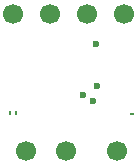
<source format=gts>
G04 #@! TF.GenerationSoftware,KiCad,Pcbnew,(6.0.1)*
G04 #@! TF.CreationDate,2022-05-17T23:19:47+03:00*
G04 #@! TF.ProjectId,hellen1test,68656c6c-656e-4317-9465-73742e6b6963,b*
G04 #@! TF.SameCoordinates,PX141f5e0PYa2cace0*
G04 #@! TF.FileFunction,Soldermask,Top*
G04 #@! TF.FilePolarity,Negative*
%FSLAX46Y46*%
G04 Gerber Fmt 4.6, Leading zero omitted, Abs format (unit mm)*
G04 Created by KiCad (PCBNEW (6.0.1)) date 2022-05-17 23:19:47*
%MOMM*%
%LPD*%
G01*
G04 APERTURE LIST*
%ADD10C,1.700000*%
%ADD11O,0.499999X0.250000*%
%ADD12O,0.250000X0.499999*%
%ADD13C,0.599999*%
G04 APERTURE END LIST*
D10*
G04 #@! TO.C,P7*
X6200000Y1800000D03*
G04 #@! TD*
G04 #@! TO.C,P2*
X1760000Y13400000D03*
G04 #@! TD*
G04 #@! TO.C,P1*
X11100000Y13400000D03*
G04 #@! TD*
D11*
G04 #@! TO.C,M1*
X11837495Y4956666D03*
D12*
X1487501Y5006664D03*
X1987502Y5006664D03*
D13*
X8537499Y6056662D03*
X7662497Y6581662D03*
X8837501Y7331660D03*
X8762498Y10881661D03*
G04 #@! TD*
D10*
G04 #@! TO.C,P6*
X2800000Y1800000D03*
G04 #@! TD*
G04 #@! TO.C,P3*
X4900000Y13400000D03*
G04 #@! TD*
G04 #@! TO.C,P5*
X10500000Y1800000D03*
G04 #@! TD*
G04 #@! TO.C,P4*
X8000000Y13400000D03*
G04 #@! TD*
M02*

</source>
